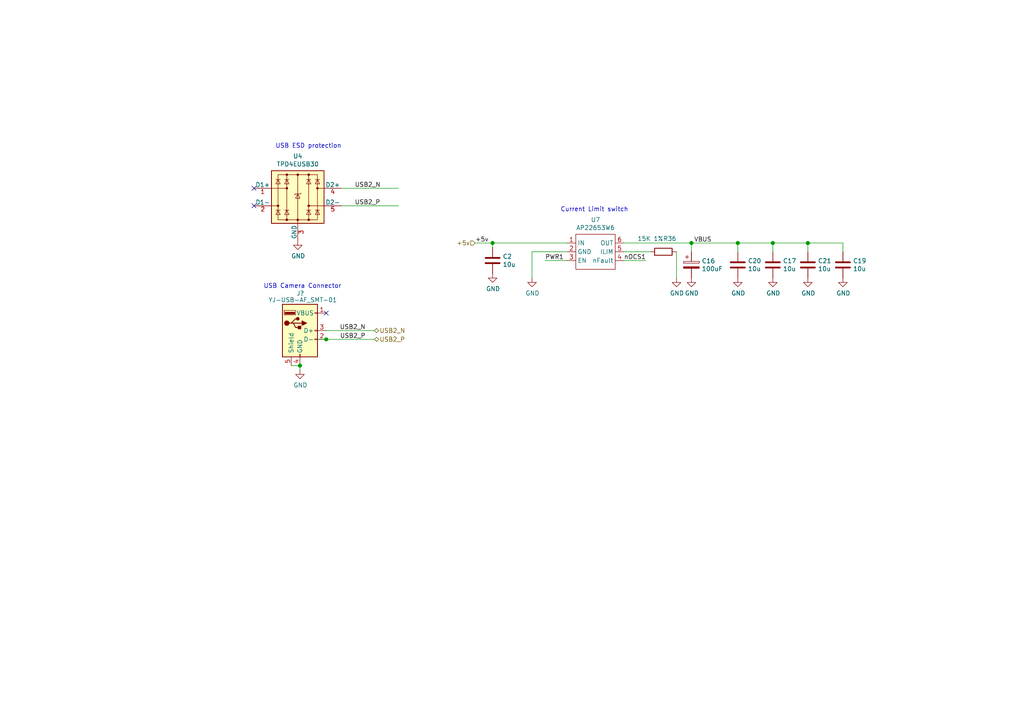
<source format=kicad_sch>
(kicad_sch (version 20201015) (generator eeschema)
  (page 1 8)
  (paper "A4")
  (title_block (title "AP2100v5") (date "2020-10-27") (rev "1") (company "(c) ISis ImageStream Internet Solutions 2020") (comment 1 "www.imagestream.com"))
  (lib_symbols
    (symbol "CM4IO:AP2553W6"
      (property "Reference" "U" (at 3.81 -6.35 0))
      (property "Value" "AP2553W6" (at -3.81 -6.35 0))
      (symbol "AP2553W6_0_1"
        (rectangle (start -6.35 5.08) (end 5.08 -5.08))
      )
      (symbol "AP2553W6_0_0"
        (pin power_in line (at -8.89 2.54 0) (length 2.54) (name "IN") (number "1"))
        (pin power_out line (at -8.89 0 0) (length 2.54) (name "GND") (number "2"))
        (pin input line (at -8.89 -2.54 0) (length 2.54) (name "EN") (number "3"))
        (pin open_collector line (at 7.62 -2.54 180) (length 2.54) (name "nFault") (number "4"))
        (pin passive line (at 7.62 0 180) (length 2.54) (name "ILIM") (number "5"))
        (pin power_out line (at 7.62 2.54 180) (length 2.54) (name "OUT") (number "6"))
      )
    )
    (symbol "CM4IO:TPD4EUSB30" (pin_names (offset 0))
      (property "Reference" "U" (at -0.635 8.89 0))
      (property "Value" "TPD4EUSB30" (at 8.89 -10.16 0))
      (symbol "TPD4EUSB30_0_1"
        (circle (center -5.715 -2.54) (radius 0.2794) (fill (type outline)))
        (circle (center -3.175 -6.604) (radius 0.2794) (fill (type outline)))
        (circle (center -3.175 2.54) (radius 0.2794) (fill (type outline)))
        (circle (center -3.175 6.477) (radius 0.2794) (fill (type outline)))
        (circle (center 0 -6.604) (radius 0.2794) (fill (type outline)))
        (circle (center 0 6.477) (radius 0.2794) (fill (type outline)))
        (circle (center 3.175 -6.604) (radius 0.2794) (fill (type outline)))
        (circle (center 3.175 -2.54) (radius 0.2794) (fill (type outline)))
        (circle (center 3.175 6.477) (radius 0.2794) (fill (type outline)))
        (circle (center 5.715 2.54) (radius 0.2794) (fill (type outline)))
        (rectangle (start -7.62 7.62) (end 7.62 -7.62) (stroke (width 0.254)) (fill (type background)))
        (polyline (pts (xy -7.747 2.54) (xy -3.175 2.54)))
        (polyline (pts (xy -7.62 -2.54) (xy -5.715 -2.54)))
        (polyline (pts (xy -5.08 -3.81) (xy -6.35 -3.81)))
        (polyline (pts (xy -5.08 5.08) (xy -6.35 5.08)))
        (polyline (pts (xy -2.54 -3.81) (xy -3.81 -3.81)))
        (polyline (pts (xy -2.54 5.08) (xy -3.81 5.08)))
        (polyline (pts (xy -0.635 0.889) (xy -1.016 0.635)))
        (polyline (pts (xy 0 -6.604) (xy 0 -7.62)))
        (polyline (pts (xy 0.635 0.889) (xy -0.635 0.889)))
        (polyline (pts (xy 0.635 0.889) (xy 1.016 1.143)))
        (polyline (pts (xy 3.81 -3.81) (xy 2.54 -3.81)))
        (polyline (pts (xy 3.81 5.08) (xy 2.54 5.08)))
        (polyline (pts (xy 6.35 -3.81) (xy 5.08 -3.81)))
        (polyline (pts (xy 6.35 5.08) (xy 5.08 5.08)))
        (polyline (pts (xy 7.62 -2.54) (xy 3.175 -2.54)))
        (polyline (pts (xy 7.62 2.54) (xy 5.715 2.54)))
        (polyline (pts (xy -5.08 -5.08) (xy -6.35 -5.08) (xy -5.715 -3.81) (xy -5.08 -5.08)))
        (polyline (pts (xy -5.08 3.81) (xy -6.35 3.81) (xy -5.715 5.08) (xy -5.08 3.81)))
        (polyline (pts (xy -2.54 -5.08) (xy -3.81 -5.08) (xy -3.175 -3.81) (xy -2.54 -5.08)))
        (polyline (pts (xy -2.54 3.81) (xy -3.81 3.81) (xy -3.175 5.08) (xy -2.54 3.81)))
        (polyline (pts (xy 0.635 -0.381) (xy -0.635 -0.381) (xy 0 0.889) (xy 0.635 -0.381)))
        (polyline (pts (xy 3.81 -5.08) (xy 2.54 -5.08) (xy 3.175 -3.81) (xy 3.81 -5.08)))
        (polyline (pts (xy 3.81 3.81) (xy 2.54 3.81) (xy 3.175 5.08) (xy 3.81 3.81)))
        (polyline (pts (xy 6.35 -5.08) (xy 5.08 -5.08) (xy 5.715 -3.81) (xy 6.35 -5.08)))
        (polyline (pts (xy 6.35 3.81) (xy 5.08 3.81) (xy 5.715 5.08) (xy 6.35 3.81)))
      )
      (symbol "TPD4EUSB30_0_0"
        (rectangle (start -5.715 6.477) (end 5.715 -6.604))
        (polyline (pts (xy -3.175 -6.604) (xy -3.175 6.477)))
        (polyline (pts (xy 0 6.477) (xy 0 -6.604)))
        (polyline (pts (xy 3.175 6.477) (xy 3.175 -6.604)))
      )
      (symbol "TPD4EUSB30_1_1"
        (pin passive line (at -12.7 2.54 0) (length 5.08) (name "D1+") (number "1"))
        (pin passive line (at -12.7 2.54 0) (length 5.08) hide (name "~") (number "10"))
        (pin passive line (at -12.7 -2.54 0) (length 5.08) (name "D1-") (number "2"))
        (pin power_in line (at 0 -12.7 90) (length 5.08) (name "GND") (number "3"))
        (pin passive line (at 12.7 2.54 180) (length 5.08) (name "D2+") (number "4"))
        (pin passive line (at 12.7 -2.54 180) (length 5.08) (name "D2-") (number "5"))
        (pin passive line (at 12.7 -2.54 180) (length 5.08) hide (name "~") (number "6"))
        (pin passive line (at 12.7 2.54 180) (length 5.08) hide (name "~") (number "7"))
        (pin passive line (at 0 -12.7 90) (length 5.08) hide (name "GND") (number "8"))
        (pin passive line (at -12.7 -2.54 0) (length 5.08) hide (name "~") (number "9"))
      )
    )
    (symbol "Device:C" (pin_numbers hide) (pin_names (offset 0.254))
      (property "Reference" "C" (at 0.635 2.54 0))
      (property "Value" "C" (at 0.635 -2.54 0))
      (symbol "C_0_1"
        (polyline (pts (xy -2.032 -0.762) (xy 2.032 -0.762)) (stroke (width 0.508)))
        (polyline (pts (xy -2.032 0.762) (xy 2.032 0.762)) (stroke (width 0.508)))
      )
      (symbol "C_1_1"
        (pin passive line (at 0 3.81 270) (length 2.794) (name "~") (number "1"))
        (pin passive line (at 0 -3.81 90) (length 2.794) (name "~") (number "2"))
      )
    )
    (symbol "Device:CP" (pin_numbers hide) (pin_names (offset 0.254))
      (property "Reference" "C" (at 0.635 2.54 0))
      (property "Value" "CP" (at 0.635 -2.54 0))
      (symbol "CP_0_1"
        (rectangle (start -2.286 0.508) (end 2.286 1.016))
        (rectangle (start 2.286 -0.508) (end -2.286 -1.016) (fill (type outline)))
        (polyline (pts (xy -1.778 2.286) (xy -0.762 2.286)))
        (polyline (pts (xy -1.27 2.794) (xy -1.27 1.778)))
      )
      (symbol "CP_1_1"
        (pin passive line (at 0 3.81 270) (length 2.794) (name "~") (number "1"))
        (pin passive line (at 0 -3.81 90) (length 2.794) (name "~") (number "2"))
      )
    )
    (symbol "Device:R" (pin_numbers hide) (pin_names (offset 0))
      (property "Reference" "R" (at 2.032 0 90))
      (property "Value" "R" (at 0 0 90))
      (symbol "R_0_1"
        (rectangle (start -1.016 -2.54) (end 1.016 2.54) (stroke (width 0.254)))
      )
      (symbol "R_1_1"
        (pin passive line (at 0 3.81 270) (length 1.27) (name "~") (number "1"))
        (pin passive line (at 0 -3.81 90) (length 1.27) (name "~") (number "2"))
      )
    )
    (symbol "Scott:YJ-USB-AF_SMT-01" (pin_names (offset 1.016))
      (property "Reference" "USB" (at -0.254 8.636 0))
      (property "Value" "YJ-USB-AF_SMT-01" (at 10.414 -8.89 0))
      (symbol "YJ-USB-AF_SMT-01_1_1"
        (circle (center -3.81 2.159) (radius 0.635) (stroke (width 0.254)) (fill (type outline)))
        (circle (center -0.635 3.429) (radius 0.381) (stroke (width 0.254)) (fill (type outline)))
        (rectangle (start -5.08 -7.62) (end 5.08 7.62) (stroke (width 0.254)) (fill (type background)))
        (rectangle (start -1.524 4.826) (end -4.318 5.334) (fill (type outline)))
        (rectangle (start -1.27 4.572) (end -4.572 5.842))
        (rectangle (start -0.127 -7.62) (end 0.127 -6.858))
        (rectangle (start 0.254 1.27) (end -0.508 0.508) (stroke (width 0.254)) (fill (type outline)))
        (rectangle (start 5.08 -2.667) (end 4.318 -2.413))
        (rectangle (start 5.08 -0.127) (end 4.318 0.127))
        (rectangle (start 5.08 4.953) (end 4.318 5.207))
        (polyline (pts (xy -1.905 2.159) (xy 0.635 2.159)) (stroke (width 0.254)))
        (polyline (pts (xy -3.175 2.159) (xy -2.54 2.159) (xy -1.27 3.429) (xy -0.635 3.429)) (stroke (width 0.254)))
        (polyline (pts (xy -2.54 2.159) (xy -1.905 2.159) (xy -1.27 0.889) (xy 0 0.889)) (stroke (width 0.254)))
        (polyline (pts (xy 0.635 2.794) (xy 0.635 1.524) (xy 1.905 2.159) (xy 0.635 2.794)) (stroke (width 0.254)) (fill (type outline)))
        (pin power_in line (at 7.62 5.08 180) (length 2.54) (name "VBUS") (number "1"))
        (pin passive line (at 7.62 -2.54 180) (length 2.54) (name "D-") (number "2"))
        (pin passive line (at 7.62 0 180) (length 2.54) (name "D+") (number "3"))
        (pin power_in line (at 0 -10.16 90) (length 2.54) (name "GND") (number "4"))
        (pin passive line (at -2.54 -10.16 90) (length 2.54) (name "Shield") (number "5"))
      )
    )
    (symbol "power:GND" (power) (pin_names (offset 0))
      (property "Value" "GND" (at 0 -3.81 0))
      (symbol "GND_0_1"
        (polyline (pts (xy 0 0) (xy 0 -1.27) (xy 1.27 -1.27) (xy 0 -2.54) (xy -1.27 -1.27) (xy 0 -1.27)))
      )
      (symbol "GND_1_1"
        (pin power_in line (at 0 0 270) (length 0) hide (name "GND") (number "1"))
      )
    )
  )
  (junction (at 86.995 106.045) (diameter 1.016))
  (junction (at 94.615 98.425) (diameter 1.016))
  (junction (at 142.875 70.485) (diameter 1.016))
  (junction (at 200.533 70.485) (diameter 1.016))
  (junction (at 213.995 70.485) (diameter 1.016))
  (junction (at 224.155 70.485) (diameter 1.016))
  (junction (at 234.315 70.485) (diameter 1.016))
  (no_connect (at 73.66 54.61))
  (no_connect (at 94.615 90.805))
  (no_connect (at 73.66 59.69))
  (wire (pts (xy 84.455 106.045) (xy 86.995 106.045)))
  (wire (pts (xy 86.995 106.045) (xy 86.995 107.315)))
  (wire (pts (xy 92.075 98.425) (xy 94.615 98.425)))
  (wire (pts (xy 99.06 54.61) (xy 115.57 54.61)))
  (wire (pts (xy 99.06 59.69) (xy 115.57 59.69)))
  (wire (pts (xy 108.585 95.885) (xy 94.615 95.885)))
  (wire (pts (xy 108.585 98.425) (xy 94.615 98.425)))
  (wire (pts (xy 137.795 70.485) (xy 142.875 70.485)))
  (wire (pts (xy 142.875 70.485) (xy 164.465 70.485)))
  (wire (pts (xy 142.875 71.755) (xy 142.875 70.485)))
  (wire (pts (xy 154.305 73.025) (xy 154.305 80.645)))
  (wire (pts (xy 158.115 75.565) (xy 164.465 75.565)))
  (wire (pts (xy 164.465 73.025) (xy 154.305 73.025)))
  (wire (pts (xy 180.975 70.485) (xy 200.533 70.485)))
  (wire (pts (xy 180.975 73.025) (xy 188.595 73.025)))
  (wire (pts (xy 180.975 75.565) (xy 187.325 75.565)))
  (wire (pts (xy 196.215 73.025) (xy 196.215 80.645)))
  (wire (pts (xy 200.533 70.485) (xy 200.533 73.025)))
  (wire (pts (xy 200.533 70.485) (xy 213.995 70.485)))
  (wire (pts (xy 213.995 70.485) (xy 224.155 70.485)))
  (wire (pts (xy 213.995 73.025) (xy 213.995 70.485)))
  (wire (pts (xy 224.155 70.485) (xy 224.155 73.025)))
  (wire (pts (xy 224.155 70.485) (xy 234.315 70.485)))
  (wire (pts (xy 234.315 70.485) (xy 234.315 73.025)))
  (wire (pts (xy 234.315 70.485) (xy 244.475 70.485)))
  (wire (pts (xy 244.475 73.025) (xy 244.475 70.485)))
  (text "USB ESD protection" (at 99.06 43.18 180) (effects (font (size 1.27 1.27)) (justify right bottom)))
  (text "USB Camera Connector" (at 99.06 83.82 180) (effects (font (size 1.27 1.27)) (justify right bottom)))
  (text "Current Limit switch" (at 182.245 61.595 180) (effects (font (size 1.27 1.27)) (justify right bottom)))
  (label "USB2_N" (at 102.87 54.61 0))
  (label "USB2_P" (at 102.87 59.69 0))
  (label "USB2_N" (at 106.045 95.885 180))
  (label "USB2_P" (at 106.045 98.425 180))
  (label "+5v" (at 137.795 70.485 0))
  (label "PWR1" (at 158.115 75.565 0))
  (label "nOCS1" (at 180.975 75.565 0))
  (label "VBUS" (at 201.295 70.485 0))
  (hierarchical_label "USB2_N" (shape bidirectional) (at 108.585 95.885 0))
  (hierarchical_label "USB2_P" (shape bidirectional) (at 108.585 98.425 0))
  (hierarchical_label "+5v" (shape input) (at 137.795 70.485 180))
  (symbol (lib_id "power:GND") (at 86.36 69.85 0) (unit 1)
    (property "Reference" "#PWR0123" (effects hide))
    (property "Value" "GND" (at 86.487 74.2442 0))
  )
  (symbol (lib_id "power:GND") (at 86.995 107.315 0) (unit 1)
    (property "Reference" "#PWR?" (effects hide))
    (property "Value" "GND" (at 87.122 111.7092 0))
  )
  (symbol (lib_id "power:GND") (at 142.875 79.375 0) (unit 1)
    (property "Reference" "#PWR017" (effects hide))
    (property "Value" "GND" (at 143.002 83.7692 0))
  )
  (symbol (lib_id "power:GND") (at 154.305 80.645 0) (unit 1)
    (property "Reference" "#PWR014" (effects hide))
    (property "Value" "GND" (at 154.432 85.0392 0))
  )
  (symbol (lib_id "power:GND") (at 196.215 80.645 0) (unit 1)
    (property "Reference" "#PWR019" (effects hide))
    (property "Value" "GND" (at 196.342 85.0392 0))
  )
  (symbol (lib_id "power:GND") (at 200.533 80.645 0) (unit 1)
    (property "Reference" "#PWR01" (effects hide))
    (property "Value" "GND" (at 200.66 85.0392 0))
  )
  (symbol (lib_id "power:GND") (at 213.995 80.645 0) (unit 1)
    (property "Reference" "#PWR021" (effects hide))
    (property "Value" "GND" (at 214.122 85.0392 0))
  )
  (symbol (lib_id "power:GND") (at 224.155 80.645 0) (unit 1)
    (property "Reference" "#PWR018" (effects hide))
    (property "Value" "GND" (at 224.282 85.0392 0))
  )
  (symbol (lib_id "power:GND") (at 234.315 80.645 0) (unit 1)
    (property "Reference" "#PWR049" (effects hide))
    (property "Value" "GND" (at 234.442 85.0392 0))
  )
  (symbol (lib_id "power:GND") (at 244.475 80.645 0) (unit 1)
    (property "Reference" "#PWR050" (effects hide))
    (property "Value" "GND" (at 244.602 85.0392 0))
  )
  (symbol (lib_id "Device:R") (at 192.405 73.025 90) (unit 1)
    (property "Reference" "R36" (at 196.215 69.215 90) (effects (justify left)))
    (property "Value" "15K 1%" (at 192.405 69.215 90) (effects (justify left)))
    (property "Footprint" "Resistor_SMD:R_0402_1005Metric" (effects hide))
    (property "Datasheet" "https://fscdn.rohm.com/en/products/databook/datasheet/passive/resistor/chip_resistor/mcr-e.pdf" (effects hide))
    (property "Field4" "Farnell" (effects hide))
    (property "Field5" "9239375" (effects hide))
    (property "Field6" "MCR01MZPF1502" (effects hide))
    (property "Field7" "Rohm" (effects hide))
    (property "Part Description" "Resistor 15K M1005 1% 63mW" (effects hide))
    (property "Field8" "120891581" (effects hide))
  )
  (symbol (lib_id "Device:C") (at 142.875 75.565 0) (unit 1)
    (property "Reference" "C2" (at 145.796 74.3966 0) (effects (justify left)))
    (property "Value" "10u" (at 145.796 76.708 0) (effects (justify left)))
    (property "Footprint" "Capacitor_SMD:C_0805_2012Metric" (effects hide))
    (property "Datasheet" "https://search.murata.co.jp/Ceramy/image/img/A01X/G101/ENG/GRM21BR71A106KA73-01.pdf" (effects hide))
    (property "Field5" "490-14381-1-ND" (effects hide))
    (property "Field4" "Digikey" (effects hide))
    (property "Field6" "GRM21BR71A106KA73L" (effects hide))
    (property "Field7" "Murata" (effects hide))
    (property "Part Description" "	10uF 10% 10V Ceramic Capacitor X7R 0805 (2012 Metric)" (effects hide))
    (property "Field8" "111893011" (effects hide))
  )
  (symbol (lib_id "Device:CP") (at 200.533 76.835 0) (unit 1)
    (property "Reference" "C16" (at 203.5302 75.692 0) (effects (justify left)))
    (property "Value" "100uF" (at 203.5302 77.978 0) (effects (justify left)))
    (property "Footprint" "Capacitor_Tantalum_SMD:CP_EIA-7343-31_Kemet-D" (effects hide))
    (property "Field4" "Mouser" (effects hide))
    (property "Field5" "667-EEF-CX0J101R" (effects hide))
    (property "Part Description" "Capacitor, SP-Cap, 100u, 6.3V, 15mR ESR" (effects hide))
  )
  (symbol (lib_id "Device:C") (at 213.995 76.835 0) (unit 1)
    (property "Reference" "C20" (at 216.916 75.6666 0) (effects (justify left)))
    (property "Value" "10u" (at 216.916 77.978 0) (effects (justify left)))
    (property "Footprint" "Capacitor_SMD:C_0805_2012Metric" (effects hide))
    (property "Datasheet" "https://search.murata.co.jp/Ceramy/image/img/A01X/G101/ENG/GRM21BR71A106KA73-01.pdf" (effects hide))
    (property "Field5" "490-14381-1-ND" (effects hide))
    (property "Field4" "Digikey" (effects hide))
    (property "Field6" "GRM21BR71A106KA73L" (effects hide))
    (property "Field7" "Murata" (effects hide))
    (property "Part Description" "	10uF 10% 10V Ceramic Capacitor X7R 0805 (2012 Metric)" (effects hide))
    (property "Field8" "111893011" (effects hide))
  )
  (symbol (lib_id "Device:C") (at 224.155 76.835 0) (unit 1)
    (property "Reference" "C17" (at 227.076 75.6666 0) (effects (justify left)))
    (property "Value" "10u" (at 227.076 77.978 0) (effects (justify left)))
    (property "Footprint" "Capacitor_SMD:C_0805_2012Metric" (effects hide))
    (property "Datasheet" "https://search.murata.co.jp/Ceramy/image/img/A01X/G101/ENG/GRM21BR71A106KA73-01.pdf" (effects hide))
    (property "Field5" "490-14381-1-ND" (effects hide))
    (property "Field4" "Digikey" (effects hide))
    (property "Field6" "GRM21BR71A106KA73L" (effects hide))
    (property "Field7" "Murata" (effects hide))
    (property "Part Description" "	10uF 10% 10V Ceramic Capacitor X7R 0805 (2012 Metric)" (effects hide))
    (property "Field8" "111893011" (effects hide))
  )
  (symbol (lib_id "Device:C") (at 234.315 76.835 0) (unit 1)
    (property "Reference" "C21" (at 237.236 75.6666 0) (effects (justify left)))
    (property "Value" "10u" (at 237.236 77.978 0) (effects (justify left)))
    (property "Footprint" "Capacitor_SMD:C_0805_2012Metric" (effects hide))
    (property "Datasheet" "https://search.murata.co.jp/Ceramy/image/img/A01X/G101/ENG/GRM21BR71A106KA73-01.pdf" (effects hide))
    (property "Field5" "490-14381-1-ND" (effects hide))
    (property "Field4" "Digikey" (effects hide))
    (property "Field6" "GRM21BR71A106KA73L" (effects hide))
    (property "Field7" "Murata" (effects hide))
    (property "Part Description" "	10uF 10% 10V Ceramic Capacitor X7R 0805 (2012 Metric)" (effects hide))
    (property "Field8" "111893011" (effects hide))
  )
  (symbol (lib_id "Device:C") (at 244.475 76.835 0) (unit 1)
    (property "Reference" "C19" (at 247.396 75.6666 0) (effects (justify left)))
    (property "Value" "10u" (at 247.396 77.978 0) (effects (justify left)))
    (property "Footprint" "Capacitor_SMD:C_0805_2012Metric" (effects hide))
    (property "Datasheet" "https://search.murata.co.jp/Ceramy/image/img/A01X/G101/ENG/GRM21BR71A106KA73-01.pdf" (effects hide))
    (property "Field5" "490-14381-1-ND" (effects hide))
    (property "Field4" "Digikey" (effects hide))
    (property "Field6" "GRM21BR71A106KA73L" (effects hide))
    (property "Field7" "Murata" (effects hide))
    (property "Part Description" "	10uF 10% 10V Ceramic Capacitor X7R 0805 (2012 Metric)" (effects hide))
    (property "Field8" "111893011" (effects hide))
  )
  (symbol (lib_id "CM4IO:AP2553W6") (at 173.355 73.025 0) (unit 1)
    (property "Reference" "U7" (at 172.72 63.754 0))
    (property "Value" "AP22653W6" (at 172.72 66.0654 0))
    (property "Footprint" "Package_TO_SOT_SMD:SOT-23-6" (effects hide))
    (property "Datasheet" "https://www.diodes.com/assets/Datasheets/AP255x.pdf" (effects hide))
    (property "Field4" "Digikey" (effects hide))
    (property "Field5" "	31-AP22653W6-7CT-ND" (effects hide))
    (property "Field6" "AP22653W6" (effects hide))
    (property "Field7" "Diodes" (effects hide))
    (property "Part Description" "	Power Switch/Driver 1:1 P-Channel 2.1A SOT-23-6" (effects hide))
  )
  (symbol (lib_id "Scott:YJ-USB-AF_SMT-01") (at 86.995 95.885 0) (unit 1)
    (property "Reference" "J?" (at 88.265 85.09 0) (effects (justify right)))
    (property "Value" "YJ-USB-AF_SMT-01" (at 97.79 86.995 0) (effects (justify right)))
    (property "Footprint" "Scott:YJ-USB-AF-SMT-01" (effects hide))
  )
  (symbol (lib_id "CM4IO:TPD4EUSB30") (at 86.36 57.15 0) (unit 1)
    (property "Reference" "U4" (at 86.36 45.2882 0))
    (property "Value" "TPD4EUSB30" (at 86.36 47.5996 0))
    (property "Footprint" "Package_SON:USON-10_2.5x1.0mm_P0.5mm" (effects hide))
    (property "Datasheet" "http://www.ti.com/lit/ds/symlink/tpd2eusb30a.pdf" (effects hide))
    (property "Field4" "Farnell" (effects hide))
    (property "Field5" "2335455" (effects hide))
    (property "Field6" "CDDFN10-3324P-13" (effects hide))
    (property "Field7" "Bourns" (effects hide))
    (property "Field8" "UDIO00346" (effects hide))
    (property "Part Description" "Quad TVS diode for high speed signals (USB3, GigE etc.)" (effects hide))
  )
)
</source>
